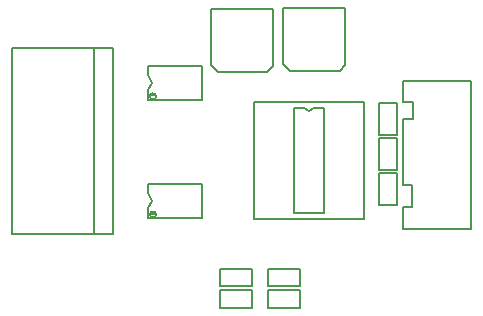
<source format=gto>
G04 EasyPC Gerber Version 21.0.3 Build 4286 *
G04 #@! TF.Part,Single*
G04 #@! TF.FileFunction,Legend,Top *
G04 #@! TF.FilePolarity,Positive *
%FSLAX34Y34*%
%MOMM*%
%ADD10C,0.12700*%
X0Y0D02*
D02*
D10*
X2561Y240615D02*
Y82749D01*
X87517*
Y240615*
X2561*
X71635Y240652D02*
Y82602D01*
X117785Y125152D02*
X163485D01*
Y96552*
X117785*
Y104502*
X120960Y110852*
X117785Y117202*
Y125152*
Y225152D02*
X163485D01*
Y196552*
X117785*
Y204502*
X120960Y210852*
X117785Y217202*
Y225152*
X118925Y99212D02*
G75*
G03X124245I2660D01*
G01*
G75*
G03X118925I-2660*
G01*
G36*
G75*
G03X124245I2660*
G01*
G75*
G03X118925I-2660*
G01*
G37*
Y199212D02*
G75*
G03X124245I2660D01*
G01*
G75*
G03X118925I-2660*
G01*
G36*
G75*
G03X124245I2660*
G01*
G75*
G03X118925I-2660*
G01*
G37*
X178095Y20312D02*
X205175D01*
Y35392*
X178095*
Y20312*
X205175Y53392D02*
X178095D01*
Y38312*
X205175*
Y53392*
X218635Y219852D02*
X176635D01*
X170635Y225852*
Y272852*
X223635*
Y224852*
X218635Y219852*
X219095Y38312D02*
X246175D01*
Y53392*
X219095*
Y38312*
X246175Y35392D02*
X219095D01*
Y20312*
X246175*
Y35392*
X266885Y189102D02*
Y100102D01*
X240885*
Y189102*
X249385*
X253885Y186852*
X258385Y189102*
X266885*
X279635Y220852D02*
X237635D01*
X231635Y226852*
Y273852*
X284635*
Y225852*
X279635Y220852*
X300385Y194102D02*
Y95102D01*
X207385*
Y194102*
X300385*
X313095Y134392D02*
Y107312D01*
X328175*
Y134392*
X313095*
Y164392D02*
Y137312D01*
X328175*
Y164392*
X313095*
Y193392D02*
Y166312D01*
X328175*
Y193392*
X313095*
X333635Y86852D02*
Y105852D01*
X340635*
Y123852*
X333635*
Y179852*
X341635*
Y194852*
X333635*
Y211852*
X390635*
Y86852*
X333635*
X0Y0D02*
M02*

</source>
